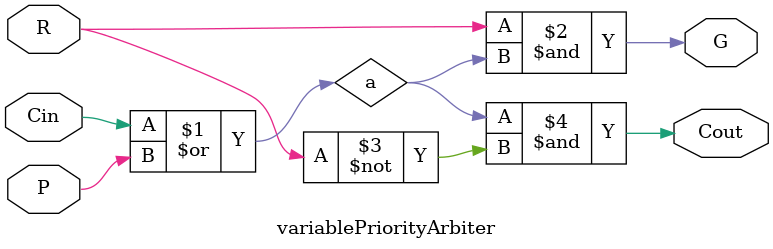
<source format=sv>
module variablePriorityArbiter
  (output logic G, Cout,
    input logic P, R, Cin);
    
    logic a;
    
    or  gate1 (a, Cin, P);
    and gate2 (G, R, a), gate3 (Cout, a, ~R);
    
endmodule
</source>
